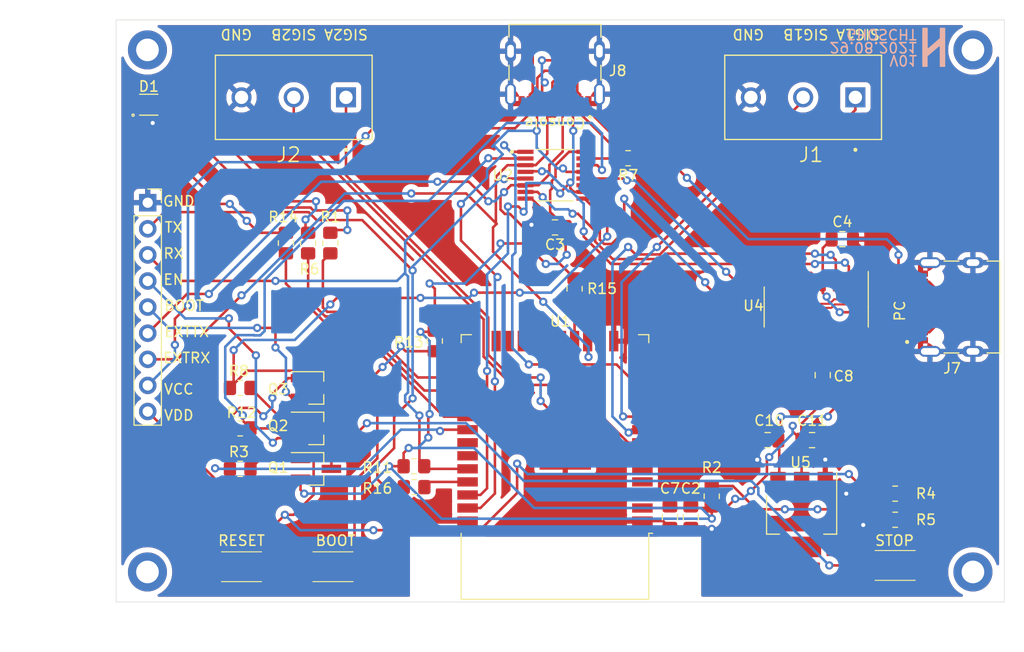
<source format=kicad_pcb>
(kicad_pcb (version 20211014) (generator pcbnew)

  (general
    (thickness 1.6)
  )

  (paper "A4")
  (title_block
    (title "Control")
    (date "2021-08-29")
    (rev "v01")
    (comment 4 "Author: GHOSCHT")
  )

  (layers
    (0 "F.Cu" signal)
    (31 "B.Cu" signal)
    (32 "B.Adhes" user "B.Adhesive")
    (33 "F.Adhes" user "F.Adhesive")
    (34 "B.Paste" user)
    (35 "F.Paste" user)
    (36 "B.SilkS" user "B.Silkscreen")
    (37 "F.SilkS" user "F.Silkscreen")
    (38 "B.Mask" user)
    (39 "F.Mask" user)
    (40 "Dwgs.User" user "User.Drawings")
    (41 "Cmts.User" user "User.Comments")
    (42 "Eco1.User" user "User.Eco1")
    (43 "Eco2.User" user "User.Eco2")
    (44 "Edge.Cuts" user)
    (45 "Margin" user)
    (46 "B.CrtYd" user "B.Courtyard")
    (47 "F.CrtYd" user "F.Courtyard")
    (48 "B.Fab" user)
    (49 "F.Fab" user)
  )

  (setup
    (pad_to_mask_clearance 0)
    (pcbplotparams
      (layerselection 0x00010fc_ffffffff)
      (disableapertmacros false)
      (usegerberextensions true)
      (usegerberattributes true)
      (usegerberadvancedattributes true)
      (creategerberjobfile true)
      (svguseinch false)
      (svgprecision 6)
      (excludeedgelayer true)
      (plotframeref false)
      (viasonmask false)
      (mode 1)
      (useauxorigin false)
      (hpglpennumber 1)
      (hpglpenspeed 20)
      (hpglpendiameter 15.000000)
      (dxfpolygonmode true)
      (dxfimperialunits true)
      (dxfusepcbnewfont true)
      (psnegative false)
      (psa4output false)
      (plotreference true)
      (plotvalue true)
      (plotinvisibletext false)
      (sketchpadsonfab false)
      (subtractmaskfromsilk true)
      (outputformat 1)
      (mirror false)
      (drillshape 0)
      (scaleselection 1)
      (outputdirectory "Gerber/")
    )
  )

  (net 0 "")
  (net 1 "VDD")
  (net 2 "GND")
  (net 3 "MUXDTR")
  (net 4 "VCC")
  (net 5 "Net-(D1-Pad2)")
  (net 6 "Net-(D1-Pad1)")
  (net 7 "Net-(D1-Pad3)")
  (net 8 "RX")
  (net 9 "TX")
  (net 10 "EN")
  (net 11 "BOOT")
  (net 12 "unconnected-(J7-PadA5)")
  (net 13 "unconnected-(J7-PadB8)")
  (net 14 "unconnected-(J7-PadA8)")
  (net 15 "unconnected-(J7-PadB5)")
  (net 16 "EXTRTS")
  (net 17 "EXTDTR")
  (net 18 "Net-(Q2-Pad1)")
  (net 19 "SIG1A")
  (net 20 "SIG1B")
  (net 21 "D+")
  (net 22 "D-")
  (net 23 "SIG2A")
  (net 24 "SIG2B")
  (net 25 "RTS")
  (net 26 "Net-(Q3-Pad1)")
  (net 27 "EXTRX")
  (net 28 "EXTTX")
  (net 29 "DTR")
  (net 30 "LEDR")
  (net 31 "STOPRST")
  (net 32 "Net-(Q1-Pad1)")
  (net 33 "LEDG")
  (net 34 "LEDB")
  (net 35 "MUXRX")
  (net 36 "Net-(R15-Pad2)")
  (net 37 "MUXTX")
  (net 38 "Net-(R16-Pad2)")
  (net 39 "unconnected-(U1-Pad4)")
  (net 40 "unconnected-(U1-Pad5)")
  (net 41 "unconnected-(U1-Pad10)")
  (net 42 "unconnected-(U1-Pad11)")
  (net 43 "MUX")
  (net 44 "unconnected-(U1-Pad13)")
  (net 45 "unconnected-(U1-Pad14)")
  (net 46 "unconnected-(U1-Pad16)")
  (net 47 "unconnected-(U1-Pad19)")
  (net 48 "Net-(Q1-Pad3)")
  (net 49 "unconnected-(U1-Pad20)")
  (net 50 "Net-(C8-Pad2)")
  (net 51 "unconnected-(U1-Pad21)")
  (net 52 "unconnected-(U1-Pad22)")
  (net 53 "unconnected-(U1-Pad23)")
  (net 54 "unconnected-(U1-Pad24)")
  (net 55 "unconnected-(U1-Pad26)")
  (net 56 "unconnected-(U1-Pad29)")
  (net 57 "unconnected-(U1-Pad32)")
  (net 58 "unconnected-(U1-Pad33)")
  (net 59 "Net-(R5-Pad2)")
  (net 60 "Net-(R7-Pad2)")
  (net 61 "MUXRTS")
  (net 62 "unconnected-(U4-Pad7)")
  (net 63 "unconnected-(U4-Pad8)")
  (net 64 "unconnected-(U4-Pad9)")
  (net 65 "unconnected-(U4-Pad10)")
  (net 66 "unconnected-(U4-Pad11)")
  (net 67 "unconnected-(U4-Pad12)")
  (net 68 "unconnected-(U4-Pad15)")

  (footprint "HRO_TYPE-C-31-M-12:HRO_TYPE-C-31-M-12" (layer "F.Cu") (at 187.96 101.727 90))

  (footprint "Resistor_SMD:R_0805_2012Metric_Pad1.20x1.40mm_HandSolder" (layer "F.Cu") (at 180.399 119.888))

  (footprint "Package_TO_SOT_SMD:SOT-23_Handsoldering" (layer "F.Cu") (at 124.079 117.475))

  (footprint "Resistor_SMD:R_0805_2012Metric_Pad1.20x1.40mm_HandSolder" (layer "F.Cu") (at 116.713 117.475 180))

  (footprint "Resistor_SMD:R_0805_2012Metric_Pad1.20x1.40mm_HandSolder" (layer "F.Cu") (at 180.399 122.428))

  (footprint "SKRKAEE020:SKRKAEE020" (layer "F.Cu") (at 180.399 126.873))

  (footprint "SKRKAEE020:SKRKAEE020" (layer "F.Cu") (at 116.84 127))

  (footprint "HRO_TYPE-C-31-M-12:HRO_TYPE-C-31-M-12" (layer "F.Cu") (at 147.32 76.835 180))

  (footprint "Package_SO:SOIC-16_3.9x9.9mm_P1.27mm" (layer "F.Cu") (at 172.72 101.727 -90))

  (footprint "Capacitor_SMD:C_0805_2012Metric_Pad1.18x1.45mm_HandSolder" (layer "F.Cu") (at 173.355 108.3525 90))

  (footprint "Resistor_SMD:R_0805_2012Metric_Pad1.20x1.40mm_HandSolder" (layer "F.Cu") (at 133.604 117.221))

  (footprint "CUI_TB006-508-03BE:CUI_TB006-508-03BE" (layer "F.Cu") (at 127 81.3255 180))

  (footprint "Resistor_SMD:R_0805_2012Metric_Pad1.20x1.40mm_HandSolder" (layer "F.Cu") (at 162.56 120.142 -90))

  (footprint "CUI_TB006-508-03BE:CUI_TB006-508-03BE" (layer "F.Cu") (at 176.53 81.3255 180))

  (footprint "Capacitor_SMD:C_0805_2012Metric_Pad1.18x1.45mm_HandSolder" (layer "F.Cu") (at 160.528 122.174 -90))

  (footprint "Resistor_SMD:R_0805_2012Metric_Pad1.20x1.40mm_HandSolder" (layer "F.Cu") (at 154.432 87.249 180))

  (footprint "RF_Module:ESP32-WROOM-32" (layer "F.Cu") (at 147.32 114.3 180))

  (footprint "Resistor_SMD:R_0805_2012Metric_Pad1.20x1.40mm_HandSolder" (layer "F.Cu") (at 121.158 95.504 -90))

  (footprint "Package_TO_SOT_SMD:SOT-223-3_TabPin2" (layer "F.Cu") (at 171.3015 121.92 -90))

  (footprint (layer "F.Cu") (at 107.696 127.508))

  (footprint "Resistor_SMD:R_0805_2012Metric_Pad1.20x1.40mm_HandSolder" (layer "F.Cu") (at 149.225 99.949 -90))

  (footprint "CD74HC4053PWR:SOP65P640X120-16N" (layer "F.Cu") (at 147.32 88.9))

  (footprint "Capacitor_SMD:C_0805_2012Metric_Pad1.18x1.45mm_HandSolder" (layer "F.Cu") (at 167.9995 114.681 180))

  (footprint "Resistor_SMD:R_0805_2012Metric_Pad1.20x1.40mm_HandSolder" (layer "F.Cu") (at 116.713 113.538 180))

  (footprint "Capacitor_SMD:C_0805_2012Metric_Pad1.18x1.45mm_HandSolder" (layer "F.Cu") (at 158.496 122.174 -90))

  (footprint "Resistor_SMD:R_0805_2012Metric_Pad1.20x1.40mm_HandSolder" (layer "F.Cu") (at 135.636 105.029 -90))

  (footprint "Capacitor_SMD:C_0805_2012Metric_Pad1.18x1.45mm_HandSolder" (layer "F.Cu") (at 147.32 93.98 180))

  (footprint "Capacitor_SMD:C_0805_2012Metric_Pad1.18x1.45mm_HandSolder" (layer "F.Cu") (at 172.3175 114.681))

  (footprint "TJ-S1615CY6TGLCCSRGB-A5:TJ-S1615CY6TGLCCSRGB-A5" (layer "F.Cu") (at 107.823 82.042))

  (footprint "Connector_PinSocket_2.54mm:PinSocket_1x09_P2.54mm_Vertical" (layer "F.Cu") (at 107.721 91.577))

  (footprint "Capacitor_SMD:C_0805_2012Metric_Pad1.18x1.45mm_HandSolder" (layer "F.Cu") (at 175.26 95.123))

  (footprint "Package_TO_SOT_SMD:SOT-23_Handsoldering" (layer "F.Cu") (at 124.079 109.601))

  (footprint "Package_TO_SOT_SMD:SOT-23_Handsoldering" (layer "F.Cu") (at 124.079 113.538))

  (footprint "Resistor_SMD:R_0805_2012Metric_Pad1.20x1.40mm_HandSolder" (layer "F.Cu") (at 133.62 119.253))

  (footprint (layer "F.Cu") (at 187.96 76.708))

  (footprint "Resistor_SMD:R_0805_2012Metric_Pad1.20x1.40mm_HandSolder" (layer "F.Cu") (at 123.317 95.504 -90))

  (footprint "Resistor_SMD:R_0805_2012Metric_Pad1.20x1.40mm_HandSolder" (layer "F.Cu") (at 125.476 95.504 -90))

  (footprint "Resistor_SMD:R_0805_2012Metric_Pad1.20x1.40mm_HandSolder" (layer "F.Cu") (at 116.713 109.601))

  (footprint "MountingHole:MountingHole_2.2mm_M2_DIN965_Pad" (layer "F.Cu") (at 107.696 76.708))

  (footprint (layer "F.Cu") (at 187.96 127.508))

  (footprint "SKRKAEE020:SKRKAEE020" (layer "F.Cu") (at 125.73 127 180))

  (footprint "logo:logo" (layer "B.Cu") (at 184.15 76.454 180))

  (gr_line (start 104.648 130.429) (end 191.008 130.429) (layer "Edge.Cuts") (width 0.05) (tstamp 00000000-0000-0000-0000-0000612be863))
  (gr_line (start 191.008 73.787) (end 104.648 73.787) (layer "Edge.Cuts") (width 0.05) (tstamp 27cb800c-91f2-4581-a3df-283140f8de7a))
  (gr_line (start 191.008 73.787) (end 191.008 130.429) (layer "Edge.Cuts") (width 0.05) (tstamp 8e2e528c-9fd7-4d33-b2f6-50348f1f17ab))
  (gr_line (start 104.648 73.787) (end 104.648 130.429) (layer "Edge.Cuts") (width 0.05) (tstamp c1dde370-6c97-4cf2-912e-7f65fb9cb8a0))
  (gr_text "V01" (at 181.229 77.724 180) (layer "B.SilkS") (tstamp 0bdb31bb-e7b5-4ded-9a42-2efeb7aa1eac)
    (effects (font (size 1 1) (thickness 0.15)) (justify mirror))
  )
  (gr_text "GHOSCHT" (at 179.07 75.184 180) (layer "B.SilkS") (tstamp 2923ebe6-b266-428c-b7d5-56fe4ec64f67)
    (effects (font (size 1 1) (thickness 0.15)) (justify mirror))
  )
  (gr_text "29.08.2021" (at 178.308 76.454 180) (layer "B.SilkS") (tstamp aa17e972-073e-46ab-870d-59e31e60c64c)
    (effects (font (size 1 1) (thickness 0.15)) (justify mirror))
  )
  (gr_text "BOOT" (at 125.984 124.46) (layer "F.SilkS") (tstamp 088b35ab-6d78-4c44-aeb5-74ffb6209ceb)
    (effects (font (size 1 1) (thickness 0.15)))
  )
  (gr_text "GND" (at 166.116 75.184 180) (layer "F.SilkS") (tstamp 11b9ffc6-14e8-4e91-8762-3d81fe2a07d2)
    (effects (font (size 1 1) (thickness 0.15)))
  )
  (gr_text "TX" (at 110.236 93.98) (layer "F.SilkS") (tstamp 24d2a8f4-83f5-480f-8025-157150dffac1)
    (effects (font (size 1 1) (thickness 0.15)))
  )
  (gr_text "PC" (at 180.848 102.108 90) (layer "F.SilkS") (tstamp 2a8f9805-2ef4-442d-b857-33308da9e6ff)
    (effects (font (size 1 1) (thickness 0.15)))
  )
  (gr_text "EXTTX" (at 111.506 104.14) (layer "F.SilkS") (tstamp 42442343-71e9-4fd8-af53-d327066ba410)
    (effects (font (size 1 1) (thickness 0.15)))
  )
  (gr_text "STOP" (at 180.34 124.46) (layer "F.SilkS") (tstamp 5d4fb0aa-e113-45aa-a776-e15a6f39ec77)
    (effects (font (size 1 1) (thickness 0.15)))
  )
  (gr_text "RESET" (at 116.84 124.46) (layer "F.SilkS") (tstamp 621c3af4-90a1-4ba1-81a2-96555f589eec)
    (effects (font (size 1 1) (thickness 0.15)))
  )
  (gr_text "VCC" (at 110.744 109.728) (layer "F.SilkS") (tstamp 6226a305-f20f-4b9e-b4cb-51ceb4b5635c)
    (effects (font (size 1 1) (thickness 0.15)))
  )
  (gr_text "SIG1A" (at 176.784 75.184 180) (layer "F.SilkS") (tstamp 6cdf380d-6a57-49a6-8f50-d7a4f8042bdc)
    (effects (font (size 1 1) (thickness 0.15)))
  )
  (gr_text "SIG1B" (at 171.704 75.184 180) (layer "F.SilkS") (tstamp 80184351-19b3-4bcd-82a1-58efa7bb8354)
    (effects (font (size 1 1) (thickness 0.15)))
  )
  (gr_text "SIG2B" (at 121.92 75.184 180) (layer "F.SilkS") (tstamp 898d1a4e-37cd-49c7-9c88-360a5e2964d8)
    (effects (font (size 1 1) (thickness 0.15)))
  )
  (gr_text "EXTRX" (at 111.506 106.68) (layer "F.SilkS") (tstamp 92cb1f6a-7469-4da5-bac0-8161abd9c26a)
    (effects (font (size 1 1) (thickness 0.15)))
  )
  (gr_text "GND" (at 110.744 91.44) (layer "F.SilkS") (tstamp a97de3bc-5ccd-42d6-9a63-b1503b8a9792)
    (effects (font (size 1 1) (thickness 0.15)))
  )
  (gr_text "VDD" (at 110.744 112.268) (layer "F.SilkS") (tstamp ae528489-6d55-4f16-814d-6ca34115416c)
    (effects (font (size 1 1) (thickness 0.15)))
  )
  (gr_text "EN" (at 110.236 99.06) (layer "F.SilkS") (tstamp aead7a94-6d70-4c1c-a9ab-3cb20a40441b)
    (effects (font (size 1 1) (thickness 0.15)))
  )
  (gr_text "SIG2A" (at 127 75.184 180) (layer "F.SilkS") (tstamp c536e94d-b0a9-457b-87ac-a4d2776a6072)
    (effects (font (size 1 1) (thickness 0.15)))
  )
  (gr_text "GND" (at 116.332 75.184 180) (layer "F.SilkS") (tstamp cdd4d047-9758-4b64-9ac5-1aaa6e3ca935)
    (effects (font (size 1 1) (thickness 0.15)))
  )
  (gr_text "BOOT" (at 111.252 101.6) (layer "F.SilkS") (tstamp f4ac5d7d-9a90-4d9f-9cdf-2565605b767d)
    (effects (font (size 1 1) (thickness 0.15)))
  )
  (gr_text "Console" (at 147.32 83.82 180) (layer "F.SilkS") (tstamp f588c104-1c05-4c2f-97b5-7cbc3bc48578)
    (effects (font (size 1 1) (thickness 0.15)))
  )
  (gr_text "RX" (at 110.236 96.52) (layer "F.SilkS") (tstamp f6aa4674-d291-423a-aa6a-d393beaaa511)
    (effects (font (size 1 1) (thickness 0.15)))
  )

  (segment (start 176.53 102.235) (end 177.165 102.87) (width 0.25) (layer "F.Cu") (net 1) (tstamp 0772fd48-5bc3-4da8-9b0d-ccf6209591d0))
  (segment (start 134.239 104.14) (end 135.525 104.14) (width 0.25) (layer "F.Cu") (net 1) (tstamp 09539c11-3ba5-4276-b948-a5382bb78908))
  (segment (start 147.373745 87.938782) (end 147.373745 89.091655) (width 0.25) (layer "F.Cu") (net 1) (tstamp 0a4d25ef-62e0-4b22-bbc0-59aaf29e4e1b))
  (segment (start 173.355 99.252) (end 173.355 100.33) (width 0.25) (layer "F.Cu") (net 1) (tstamp 0a9c7f15-aa9f-4a0a-b05c-3fc15e0d0978))
  (segment (start 173.355 99.252) (end 173.355 95.9905) (width 0.25) (layer "F.Cu") (net 1) (tstamp 0b3fd315-37ba-42d0-8b56-30a8f9dcf11b))
  (segment (start 171.28 113.089993) (end 171.28 114.681) (width 0.25) (layer "F.Cu") (net 1) (tstamp 0b7afe7a-ff88-44ea-ac05-02dfa9d6276c))
  (segment (start 114.32352 118.49952) (end 122.50448 118.49952) (width 0.25) (layer "F.Cu") (net 1) (tstamp 0ceddf5b-010b-4f0e-9269-3bad7cb9d81b))
  (segment (start 132.604 115.935) (end 133.096 115.443) (width 0.25) (layer "F.Cu") (net 1) (tstamp 1aece9cb-2b9d-4518-9f44-0ccc0cdea940))
  (segment (start 162.56 122.303569) (end 162.574027 122.317596) (width 0.25) (layer "F.Cu") (net 1) (tstamp 1ba25e51-decd-41d7-b19b-b2ab586c204c))
  (segment (start 135.001 114.427) (end 135.001 112.268) (width 0.25) (layer "F.Cu") (net 1) (tstamp 295b5c8a-7bd7-4591-ade0-3435507c03b4))
  (segment (start 147.019901 90.207499) (end 146.849499 90.377901) (width 0.25) (layer "F.Cu") (net 1) (tstamp 3084da06-00a6-4f14-a727-3176d92c7774))
  (segment (start 122.579 118.425) (end 122.579 119.531) (width 0.25) (layer "F.Cu") (net 1) (tstamp 343cb678-90ca-4aff-af78-94cc88a75536))
  (segment (start 132.604 117.221) (end 131.191 117.221) (width 0.25) (layer "F.Cu") (net 1) (tstamp 345072f7-c29d-4b13-bb9b-df0230736cf0))
  (segment (start 171.3015 114.7025) (end 171.28 114.681) (width 0.25) (layer "F.Cu") (net 1) (tstamp 35c989e0-39e1-43ec-b239-d7e1dcb0c7f0))
  (segment (start 150.19 86.625) (end 148.687527 86.625) (width 0.25) (layer "F.Cu") (net 1) (tstamp 3998811f-7627-4474-9a17-eb562a309e9c))
  (segment (start 167.926989 116.553011) (end 168.148 116.332) (width 0.25) (layer "F.Cu") (net 1) (tstamp 3aab8366-63f5-4a9a-bf3f-b8a16b9fd9de))
  (segment (start 162.56 121.142) (end 162.56 122.303569) (width 0.25) (layer "F.Cu") (net 1) (tstamp 40840c3a-c337-4642-82f1-bbf967ef10a6))
  (segment (start 148.463 96.647) (end 148.3575 96.5415) (width 0.25) (layer "F.Cu") (net 1) (tstamp 418b02e3-6526-4cf0-82ea-c3c3238b2643))
  (segment (start 135.525 104.14) (end 135.636 104.029) (width 0.25) (layer "F.Cu") (net 1) (tstamp 427bd064-4fc8-407a-a475-7edd970c0697))
  (segment (start 173.355 95.9905) (end 174.2225 95.123) (width 0.25) (layer "F.Cu") (net 1) (tstamp 5068ffea-401d-480b-be7d-45dcc507ba42))
  (segment (start 148.687527 86.625) (end 147.373745 87.938782) (width 0.25) (layer "F.Cu") (net 1) (tstamp 521814a4-da73-4b00-bc72-f6bf4972a15b))
  (segment (start 162.417 121.285) (end 162.56 121.142) (width 0.25) (layer "F.Cu") (net 1) (tstamp 585653c5-22e7-4d7b-9b71-fb8ec0e14d9c))
  (segment (start 122.50448 118.49952) (end 122.579 118.425) (width 0.25) (layer "F.Cu") (net 1) (tstamp 58d3fcfb-bd84-4bf3-8b51-59e23982d9e7))
  (segment (start 173.355 100.33) (end 173.736 100.711) (width 0.25) (layer "F.Cu") (net 1) (tstamp 6744e999-2a5e-48b8-9441-51aa812e68d7))
  (segment (start 171.3015 118.77) (end 171.3015 114.7025) (width 0.25) (layer "F.Cu") (net 1) (tstamp 6a1c6a39-a320-48b7-bab4-cc1192b1ccdd))
  (segment (start 146.431 97.536) (end 144.437849 95.542849) (width 0.25) (layer "F.Cu") (net 1) (tstamp 6bc0c4e4-8c37-4283-9083-2fd3a4acd938))
  (segment (start 177.165 104.202) (end 177.165 107.204993) (width 0.25) (layer "F.Cu") (net 1) (tstamp 73c11c9b-605e-4462-916a-83ee7cabbb43))
  (segment (start 173.355 99.252) (end 173.355 99.628072) (width 0.25) (layer "F.Cu") (net 1) (tstamp 7ba12f4a-ec6d-468c-99a1-51f405e6fc04))
  (segment (start 158.3475 121.285) (end 158.496 121.1365) (width 0.25) (layer "F.Cu") (net 1) (tstamp 7e475ffe-a64d-4cb1-820d-307b1df0149b))
  (segment (start 147.019901 89.445499) (end 147.019901 90.207499) (width 0.25) (layer "F.Cu") (net 1) (tstamp 941bbab6-4510-452f-ad5d-2a8aed977d28))
  (segment (start 107.721 111.897) (end 114.32352 118.49952) (width 0.25) (layer "F.Cu") (net 1) (tstamp 9e1b2541-b67f-4b5e-bd09-efd5a0086134))
  (segment (start 166.37 119.634) (end 167.926989 118.077011) (width 0.25) (layer "F.Cu") (net 1) (tstamp a2b97d53-3195-4227-8011-b624454b9fae))
  (segment (start 167.926989 118.077011) (end 167.926989 116.553011) (width 0.25) (layer "F.Cu") (net 1) (tstamp a4064802-7875-4c55-8f07-b0762ce79d9b))
  (segment (start 170.434 113.835) (end 171.28 114.681) (width 0.25) (layer "F.Cu") (net 1) (tstamp a82069c3-7919-45fa-afa6-fc79c0228e3a))
  (segment (start 160.3795 121.285) (end 160.528 121.1365) (width 0.25) (layer "F.Cu") (net 1) (tstamp af438183-42bf-4f00-95bd-83cb89f716bf))
  (segment (start 122.579 119.531) (end 122.936 119.888) (width 0.25) (layer "F.Cu") (net 1) (tstamp b34bf608-3625-42a2-9d34-609708d3b8fe))
  (segment (start 148.3575 96.5415) (end 148.3575 93.98) (width 0.25) (layer "F.Cu") (net 1) (tstamp b3668f36-2753-47f4-9a49-876054e09a6f))
  (segment (start 177.165 102.87) (end 177.165 104.202) (width 0.25) (layer "F.Cu") (net 1) (tstamp b52c907b-8b3f-4ef5-87d2-50ffb8fd7ffc))
  (segment (start 177.165 107.204993) (end 171.28 113.089993) (width 0.25) (layer "F.Cu") (net 1) (tstamp b57cd337-be8b-4f7a-a766-04c16dc178dd))
  (segment (start 162.56 121.142) (end 164.1 121.142) (width 0.25) (layer "F.Cu") (net 1) (tstamp b7affdf8-6c67-4cb0-a191-645d6b76245e))
  (segment (start 146.849499 92.471999) (end 148.3575 93.98) (width 0.25) (layer "F.Cu") (net 1) (tstamp cf0e5f6e-0749-477e-bc2b-d6bb7be2badc))
  (segment (start 135.636 104.029) (end 135.636 99.949) (width 0.25) (layer "F.Cu") (net 1) (tstamp cff3efef-0f8f-4180-b13e-7b9f6aaf6281))
  (segment (start 135.636 99.949) (end 135.128 99.441) (width 0.25) (layer "F.Cu") (net 1) (tstamp d5eef11e-fe21-4235-bc85-2c8920677f98))
  (segment (start 132.604 117.221) (end 132.604 115.935) (width 0.25) (layer "F.Cu") (net 1) (tstamp d65d2812-1361-43d8-8287-3dd1106c2248))
  (segment (start 135.001 112.268) (end 135.128 112.141) (width 0.25) (layer "F.Cu") (net 1) (tstamp d752649f-8867-4a3d-b289-6187db024c75))
  (segment (start 175.006 102.235) (end 176.53 102.235) (width 0.25) (layer "F.Cu") (net 1) (tstamp da40ea85-accb-4afa-806b-e4833abeed1e))
  (segment (start 144.437849 95.542849) (end 142.0235 95.542849) (width 0.25) (layer "F.Cu") (net 1) (tstamp dd280948-81e9-4f9a-bc19-72cd7ad9ced0))
  (segment (start 146.849499 90.377901) (end 146.849499 92.471999) (width 0.25) (layer "F.Cu") (net 1) (tstamp df14aedd-eeae-48ed-915a-c64645bc317b))
  (segment (start 164.1 121.142) (end 164.846 120.396) (width 0.25) (layer "F.Cu") (net 1) (tstamp e0622e0c-c962-4d15-afc4-1deec92b669a))
  (segment (start 170.434 113.284) (end 170.434 113.835) (width 0.25) (layer "F.Cu") (net 1) (tstamp e8b56a80-d3e0-43c7-b08f-00c7e1b348c8))
  (segment (start 147.373745 89.091655) (end 147.019901 89.445499) (width 0.25) (layer "F.Cu") (net 1) (tstamp eb10ebfa-a06c-4e20-b1b8-7c952c0c52c6))
  (segment (start 155.82 121.285) (end 162.417 121.285) (width 0.25) (layer "F.Cu") (net 1) (tstamp eebd6bcd-d38b-41a3-be37-17ab9bba9c94))
  (via (at 164.846 120.396) (size 0.8) (drill 0.4) (layers "F.Cu" "B.Cu") (net 1) (tstamp 18840ba6-e9c9-4c29-8bba-f8492c1e4bbe))
  (via (at 133.096 115.443) (size 0.8) (drill 0.4) (layers "F.Cu" "B.Cu") (net 1) (tstamp 2021f175-0a66-43bc-8c54-3b3b783c01d1))
  (via (at 173.736 100.711) (size 0.8) (drill 0.4) (layers "F.Cu" "B.Cu") (net 1) (tstamp 232054d8-fe51-4f6e-b84d-2bc2bf4f3aa0))
  (via (at 170.434 113.284) (size 0.8) (drill 0.4) (layers "F.Cu" "B.Cu") (net 1) (tstamp 2513bb60-f36a-4b2c-bd12-64ca567aef4c))
  (via (at 166.37 119.634) (size 0.8) (drill 0.4) (layers "F.Cu" "B.Cu") (net 1) (tstamp 42f77991-b59b-460d-b37d-128406f3f563))
  (via (at 142.0235 95.542849) (size 0.8) (drill 0.4) (layers "F.Cu" "B.Cu") (net 1) (tstamp 4501db26-2488-4db9-af45-4b3467011c80))
  (via (at 134.239 104.14) (size 0.8) (drill 0.4) (layers "F.Cu" "B.Cu") (net 1) (tstamp 492b4325-719b-4029-8f69-57186437ff7d))
  (via (at 168.148 116.332) (size 0.8) (drill 0.4) (layers "F.Cu" "B.Cu") (net 1) (tstamp 50fad4b8-0f32-44e5-b80c-7c8bd244bd6b))
  (via (at 135.128 99.441) (size 0.8) (drill 0.4) (layers "F.Cu" "B.Cu") (net 1) (tstamp 6221b4e6-9140-4049-861c-0eafd26316ba))
  (via (at 148.463 96.647) (size 0.8) (drill 0.4) (layers "F.Cu" "B.Cu") (net 1) (tstamp 6cb093cc-353e-4b67-8094-551608dc1e7e))
  (via (at 162.574027 122.317596) (size 0.8) (drill 0.4) (layers "F.Cu" "B.Cu") (net 1) (tstamp 89da002b-1c6b-4f22-a7ad-bcf65f82819e))
  (via (at 135.001 114.427) (size 0.8) (drill 0.4) (layers "F.Cu" "B.Cu") (net 1) (tstamp 9cb21eb4-986e-4d26-9147-63d29d7c7b73))
  (via (at 135.128 112.141) (size 0.8) (drill 0.4) (layers "F.Cu" "B.Cu") (net 1) (tstamp bfbdec1c-3f00-4e3f-a960-a05ea99d5c95))
  (via (at 146.431 97.536) (size 0.8) (drill 0.4) (layers "F.Cu" "B.Cu") (net 1) (tstamp c4676c82-8be7-43c7-ade8-7271cc2a881f))
  (via (at 175.006 102.235) (size 0.8) (drill 0.4) (layers "F.Cu" "B.Cu") (net 1) (tstamp d5eae238-2bf7-49b2-a399-fc40f0683f3a))
  (via (at 122.936 119.888) (size 0.8) (drill 0.4) (layers "F.Cu" "B.Cu") (net 1) (tstamp dc544e89-32c3-4445-98c2-04b3b91d6685))
  (via (at 131.191 117.221) (size 0.8) (drill 0.4) (layers "F.Cu" "B.Cu") (net 1) (tstamp fb89ad61-c608-4886-acc7-50d84b02865b))
  (segment (start 165.608 120.396) (end 166.37 119.634) (width 0.25) (layer "B.Cu") (net 1) (tstamp 021e50eb-f434-436c-96fe-615aa4e1c176))
  (segment (start 131.191 117.221) (end 136.297543 122.327543) (width 0.25) (layer "B.Cu") (net 1) (tstamp 09510aad-744d-4e76-84e6-9e7d678cbe82))
  (segment (start 122.936 119.888) (end 128.524 119.888) (width 0.25) (layer "B.Cu") (net 1) (tstamp 0dadc6cf-eb96-4951-85e9-e0c787c3fdfc))
  (segment (start 136.297543 122.327543) (end 162.56408 122.327543) (width 0.25) (layer "B.Cu") (net 1) (tstamp 1458f440-8773-4375-a788-3dacc7873cb6))
  (segment (start 173.736 100.965) (end 175.006 102.235) (width 0.25) (layer "B.Cu") (net 1) (tstamp 1a060c41-e347-43d0-be76-cda6be6fabdb))
  (segment (start 162.56408 122.327543) (end 162.574027 122.317596) (width 0.25) (layer "B.Cu") (net 1) (tstamp 1b88db39-08c0-4e9a-928c-64d2b65e8f13))
  (segment (start 146.431 97.536) (end 147.574 97.536) (width 0.25) (layer "B.Cu") (net 1) (tstamp 2198910c-e4cf-47f8-bf8f-cbbbc3478ac3))
  (segment (start 135.128 99.441) (end 138.5587 99.441) (width 0.25) (layer "B.Cu") (net 1) (tstamp 22d89ba1-3f09-4e16-9854-f5e25b90a150))
  (segment (start 135.128 112.141) (end 135.128 105.029) (width 0.25) (layer "B.Cu") (net 1) (tstamp 3186f461-6363-44b7-a33a-33bed59e4434))
  (segment (start 170.434 114.046) (end 170.434 113.284) (width 0.25) (layer "B.Cu") (net 1) (tstamp 34f20199-ca06-40d1-8580-b81f90c00cf8))
  (segment (start 145.288 121.285) (end 161.541431 121.285) (width 0.25) (layer "B.Cu") (net 1) (tstamp 3a761c2b-07fd-433e-a62f-3878d7bc6ba9))
  (segment (start 147.574 97.536) (end 148.463 96.647) (width 0.25) (layer "B.Cu") (net 1) (tstamp 40ac8635-5d7f-4583-b6fb-cb9e6af80bde))
  (segment (start 142.0235 95.9762) (end 142.0235 95.542849) (width 0.25) (layer "B.Cu") (net 1) (tstamp 5776a3b0-7224-4f9f-8c81-23da99ceb6c3))
  (segment (start 168.148 116.332) (end 170.434 114.046) (width 0.25) (layer "B.Cu") (net 1) (tstamp 65722034-28f2-4b02-a23d-9f52d6b6ffc9))
  (segment (start 161.541431 121.285) (end 162.574027 122.317596) (width 0.25) (layer "B.Cu") (net 1) (tstamp 75bb7da6-039f-40b8-ba94-99186b61d8b3))
  (segment (start 173.736 100.711) (end 173.736 100.965) (width 0.25) (layer "B.Cu") (net 1) (tstamp 7b186dc8-e40f-4e57-b661-81bd77a787b0))
  (segment (start 133.096 115.443) (end 133.985 115.443) (width 0.25) (layer "B.Cu") (net 1) (tstamp 7b1c8056-d92e-4fa6-97c4-e749f8a138eb))
  (segment (start 128.524 119.888) (end 131.191 117.221) (width 0.25) (layer "B.Cu") (net 1) (tstamp 7fb664a2-82a3-4290-b696-2187d2a43efa))
  (segment (start 135.128 105.029) (end 134.239 104.14) (width 0.25) (layer "B.Cu") (net 1) (tstamp 815965e0-40fa-4af4-8276-781b56064ceb))
  (segment (start 133.096 115.443) (end 139.446 115.443) (width 0.25) (layer "B.Cu") (net 1) (tstamp 82bb7156-1a6e-4d66-a09d-1fa84847ab75))
  (segment (start 139.446 115.443) (end 145.288 121.285) (width 0.25) (layer "B.Cu") (net 1) (tstamp 8416dec8-9844-4f31-a549-a6821ad18541))
  (segment (start 133.985 115.443) (end 135.001 114.427) (width 0.25) (layer "B.Cu") (net 1) (tstamp c1e67729-27c7-45dc-869e-f9df84ca8004))
  (segment (start 164.846 120.396) (end 165.608 120.396) (width 0.25) (layer "B.Cu") (net 1) (tstamp f659ace2-501e-415d-8f61-6e9a089ba861))
  (segment (start 138.5587 99.441) (end 142.0235 95.9762) (width 0.25) (layer "B.Cu") (net 1) (tstamp fcd0d9a4-aaf2-4391-94d0-03f6e503b730))
  (segment (start 166.962 114.681) (end 166.962 116.5645) (width 0.25) (layer "F.Cu") (net 2) (tstamp 1b1a26fb-eea8-4963-98ba-3cac0a0e7699))
  (segment (start 173.6015 118.77) (end 173.6015 116.572) (width 0.25) (layer "F.Cu") (net 2) (tstamp 22dd4885-f793-41fd-ba84-9e4b22514ffd))
  (segment (start 173.6015 116.572) (end 173.6015 114.9275) (width 0.25) (layer "F.Cu") (net 2) (tstamp 24d69e87-630c-4724-b73d-b9e4caa64bc0))
  (segment (start 106.951 82.567) (end 108.204 83.82) (width 0.25) (layer "F.Cu") (net 2) (tstamp 28710afd-dbe4-49da-80e6-73b74ac15c5b))
  (segment (start 162.4545 123.2115) (end 162.56 123.317) (width 0.25) (layer "F.Cu") (net 2) (tstamp 3341f917-00e9-4810-94f3-96deafe06e46))
  (segment (start 173.6015 118.77) (end 174.523 118.77) (width 0.25) (layer "F.Cu") (net 2) (tstamp 4fa34a99-9ad0-40fe-b35b-ef05b125c097))
  (segment (start 176.2975 95.123) (end 177.165 95.9905) (width 0.25) (layer "F.Cu") (net 2) (tstamp 5113a62a-daec-470b-a57d-52848c897cce))
  (segment (start 157.8395 122.555) (end 158.496 123.2115) (width 0.25) (layer "F.Cu") (net 2) (tstamp 59e48bd4-8c69-4be4-8845-3a9b411cbd7a))
  (segment (start 160.528 123.2115) (end 162.4545 123.2115) (width 0.25) (layer "F.Cu") (net 2) (tstamp 73ad6bf0-ec84-4d6c-b16b-9e75d276023d))
  (segment (start 178.891 122.936) (end 179.399 122.428) (width 0.25) (layer "F.Cu") (net 2) (tstamp 7ad25299-91f9-411e-a806-ef030c3fa5ee))
  (segment (start 166.962 116.5645) (end 166.9835 116.586) (width 0.25) (layer "F.Cu") (net 2) (tstamp 8d9d6cc8-1df0-4396-b630-452cd78f693c))
  (segment (start 158.496 123.2115) (end 160.528 123.2115) (width 0.25) (layer "F.Cu") (net 2) (tstamp a8d0cb69-2c4b-4754-99f8-fc8a779a0974))
  (segment (start 146.2825 93.98) (end 145.288 93.98) (width 0.25) (layer "F.Cu") (net 2) (tstamp aafebac0-e116-4697-a5aa-80734c3540ae))
  (segment (start 177.292 122.936) (end 178.891 122.936) (width 0.25) (layer "F.Cu") (net 2) (tstamp b7c4e718-e9fc-41f2-9dde-a81edcc7f4a8))
  (segment (start 146.2825 93.98) (end 146.2825 92.4275) (width 0.25) (layer "F.Cu") (net 2) (tstamp bb8d4560-cfa2-4b9c-b76c-f0650fc45344))
  (segment (start 174.523 118.77) (end 175.641 119.888) (width 0.25) (layer "F.Cu") (net 2) (tstamp c01a7fa2-f6d9-4011-84aa-912ba0204808))
  (segment (start 177.165 95.9905) (end 177.165 99.252) (width 0.25) (layer "F.Cu") (net 2) (tstamp c0662c31-007e-4a59-9a39-643b26e05f6a))
  (segment (start 106.948 82.567) (end 106.951 82.567) (width 0.25) (layer "F.Cu") (net 2) (tstamp c092d043-177b-4258-bbe1-d02c6aa9e6f2))
  (segment (start 145.03 91.175) (end 144.45 91.175) (width 0.25) (layer "F.Cu") (net 2) (tstamp c2f97fc5-9d78-492f-b15d-f7f5810fb8f9))
  (segment (start 146.2825 92.4275) (end 145.03 91.175) (width 0.25) (layer "F.Cu") (net 2) (tstamp c739dce0-de60-47ea-80cc-110ffc685632))
  (segment (start 155.82 122.555) (end 157.8395 122.555) (width 0.25) (layer "F.Cu") (net 2) (tstamp cb6740b8-549b-4a6a-8a21-34c650e4454b))
  (segment (start 145.288 93.98) (end 145.034 93.726) (width 0.25) (layer "F.Cu") (net 2) (tstamp cdad915e-54fd-4ecf-ba20-70e0be97a3dc))
  (segment (start 173.6015 114.9275) (end 173.355 114.681) (width 0.25) (layer "F.Cu") (net 2) (tstamp ceff2bb7-36a6-4e42-aa95-a1cec1a60fac))
  (via (at 173.6015 116.572) (size 0.8) (drill 0.4) (layers "F.Cu" "B.Cu") (net 2) (tstamp 4b7111c5-fe81-4118-b1e4-c4d052eff531))
  (via (at 145.034 93.726) (size 0.8) (drill 0.4) (layers "F.Cu" "B.Cu") (net 2) (tstamp 5218da90-61af-4006-831f-5c2bd8064f91))
  (via (at 162.56 123.317) (size 0.8) (drill 0.4) (layers "F.Cu" "B.Cu") (net 2) (tstamp 5d2bd8b0-5cab-45cd-94be-9e46fce1ebdf))
  (via (at 108.204 83.82) (size 0.8) (drill 0.4) (layers "F.Cu" "B.Cu") (net 2) (tstamp 65d4236e-6c52-480b-8bda-0f826f32e119))
  (via (at 177.292 122.936) (size 0.8) (drill 0.4) (layers "F.Cu" "B.Cu") (net 2) (tstamp cc7203da-a79f-4b15-b87e-565d408b2693))
  (via (at 166.9835 116.586) (size 0.8) (drill 0.4) (layers "F.Cu" "B.Cu") (net 2) (tstamp dc882d02-3cc4-472e-953a-e876b227b064))
  (via (at 175.641 119.888) (size 0.8) (drill 0.4) (layers "F.Cu" "B.Cu") (net 2) (tstamp f4c05903-6605-4c59-ad49-bc9b4a305eef))
  (segment (start 167.454001 117.056501) (end 173.116999 117.056501) (width 0.25) (layer "B.Cu") (net 2) (tstamp 03701660-0af0-4e7b-9171-9ebb83616505))
  (segment (start 177.292 121.539) (end 177.292 122.936) (width 0.25) (layer "B.Cu") (net 2) (tstamp 0af4423f-526a-4566-a231-c799bbcf3554))
  (segment (start 173.116999 117.056501) (end 173.6015 116.572) (width 0.25) (layer "B.Cu") (net 2) (tstamp 9cc4dd77-3f84-4100-af30-ea4c8fa3485e))
  (segment (start 166.9835 116.586) (end 167.454001 117.056501) (width 0.25) (layer "B.Cu") (net 2) (tstamp a8fbe27e-9ac5-4a7e-9fdd-562a15ef552a))
  (segment (start 175.641 119.888) (end 177.292 121.539) (width 0.25) (layer "B.Cu") (net 2) (tstamp d221c8f4-d085-4b97-97ff-586e683055df))
  (segment (start 173.355 109.39) (end 171.816928 109.39) (width 0.25) (layer "F.Cu") (net 3) (tstamp 1c3898c9-3ac5-4d44-b9d9-c1020fe387a4))
  (segment (start 171.816928 109.39) (end 161.925 99.498072) (width 0.25) (layer "F.Cu") (net 3) (tstamp 21bfb576-c1af-4d62-81a8-6e7add502321))
  (segment (start 152.099901 95.593501) (end 151.675499 95.169099) (width 0.25) (layer "F.Cu") (net 3) (tstamp 470d1942-5b9b-4342-843d-aef6b12b04ae))
  (segment (start 151.675499 92.660499) (end 150.19 91.175) (width 0.25) (layer "F.Cu") (net 3) (tstamp 50e6951e-070a-4712-8d51-d68f34bd0479))
  (segment (start 151.675499 95.169099) (end 151.675499 92.660499) (width 0.25) (layer "F.Cu") (net 3) (tstamp 7180e7ea-9ace-46a6-9015-3c87fe6a25bb))
  (segment (start 154.051 91.186) (end 154.051 94.3696) (width 0.25) (layer "F.Cu") (net 3) (tstamp 95a326cc-494d-424f-9e30-10f61f7db13d))
  (segment (start 161.925 99.498072) (end 161.925 99.314) (width 0.25) (layer "F.Cu") (net 3) (tstamp c1f79773-ba42-4db4-84ff-a5f20356e84d))
  (segment (start 154.051 94.3696) (end 152.827099 95.593501) (width 0.25) (layer "F.Cu") (net 3) (tstamp dd76bfe3-6145-471a-a6e2-f667ce6b2608))
  (segment (start 152.827099 95.593501) (end 152.099901 95.593501) (width 0.25) (layer "F.Cu") (net 3) (tstamp ffb2000e-84fc-40fb-a847-21f7a641599d))
  (via (at 161.925 99.314) (size 0.8) (drill 0.4) (layers "F.Cu" "B.Cu") (net 3) (tstamp 298c1273-0262-4481-88f4-f395c24d986b))
  (via (at 154.051 91.186) (size 0.8) (drill 0.4) (layers "F.Cu" "B.Cu") (net 3) (tstamp 2ba2cf8b-7e8c-4592-aac0-8187924a8897))
  (segment (start 161.925 99.314) (end 154.051 91.44) (width 0.25) (layer "B.Cu") (net 3) (tstamp 3a3a4e13-c3e9-4ddd-ad75-8f0424005dd2))
  (segment (start 154.051 91.44) (end 154.051 91.186) (width 0.25) (layer "B.Cu") (net 3) (tstamp 443e0251-73ce-467c-b489-27f0a14fe129))
  (segment (start 149.485479 76.968479) (end 149.485479 80.785108) (width 0.25) (layer "F.Cu") (net 4) (tstamp 13f83cd7-de8f-485c-be0e-4b54fafcde0e))
  (segment (start 169.126501 114.770501) (end 169.037 114.681) (width 0.25) (layer "F.Cu") (net 4) (tstamp 1458619f-4ba2-440f-9a7e-e3ff9bd131ba))
  (segment (start 183.725371 104.177) (end 185.039 102.863371) (width 0.25) (layer "F.Cu") (net 4) (tstamp 159a00be-8b01-4939-8a20-1270111fc2a9))
  (segment (start 169.0015 118.77) (end 169.126501 118.644999) (width 0.25) (layer "F.Cu") (net 4) (tstamp 1d2837dc-2094-4b4c-8819-55e93b72904f))
  (segment (start 182.865 99.277) (end 183.689022 99.277) (width 0.25) (layer "F.Cu") (net 4) (tstamp 1db97cd5-a9c7-49d5-ac3c-31561c13d7ce))
  (segment (start 149.77 82.905) (end 153.08948 86.22448) (width 0.25) (layer "F.Cu") (net 4) (tstamp 24a583aa-0f30-44d0-a9a2-5b4656a97115))
  (segment (start 182.865 104.177) (end 181.89 104.177) (width 0.25) (layer "F.Cu") (net 4) (tstamp 31f68ee2-e0c7-40c5-a039-bf6aa69b083c))
  (segment (start 129.667 84.328) (end 128.905 85.09) (width 0.25) (layer "F.Cu") (net 4) (tstamp 44f325b7-2434-46be-9c68-c124715d1134))
  (segment (start 182.865 104.177) (end 183.725371 104.177) (width 0.25) (layer "F.Cu") (net 4) (tstamp 52f7eda6-fd5b-45d7-8bb2-d7202850821c))
  (segment (start 183.689022 99.277) (end 185.039 100.626978) (width 0.25) (layer "F.Cu") (net 4) (tstamp 60cf15eb-a9ee-40b5-89ae-b6a31cfc5fa6))
  (segment (start 185.039 102.863371) (end 185.039 101.219) (width 0.25) (layer "F.Cu") (net 4) (tstamp 676a8f69-db83-4e4e-bc79-7b0584db297e))
  (segment (start 144.87 82.905) (end 143.447 84.328) (width 0.25) (layer "F.Cu") (net 4) (tstamp 70619cc5-1c6f-48c2-9b10-232582f78a7c))
  (segment (start 169.291 114.427) (end 169.037 114.681) (width 0.25) (layer "F.Cu") (net 4) (tstamp 710596b1-3d67-433c-9052-07eb5c967758))
  (segment (start 169.291 112.395) (end 169.291 114.427) (width 0.25) (layer "F.Cu") (net 4) (tstamp 733fc3da-e9cc-4149-8c0f-4d1dbe4e5bed))
  (segment (start 185.039 100.626978) (end 185.039 101.219) (width 0.25) (layer "F.Cu") (net 4) (tstamp 739b332b-cf66-40c8-b6eb-859e1a1df42d))
  (segment (start 145.154521 77.095479) (end 145.796 76.454) (width 0.25) (layer "F.Cu") (net 4) (tstamp 7401f853-b4d1-48b8-bf29-a300484159fd))
  (segment (start 180.721 96.647) (end 180.721 98.108) (width 0.25) (layer "F.Cu") (net 4) (tstamp 8379ea4c-bb45-4960-a402-e6c9cfef45fc))
  (segment (start 149.77 81.069629) (end 149.77 81.93) (width 0.25) (layer "F.Cu") (net 4) (tstamp 8b1e5577-f512-4e17-9b8a-b8f5a598adf1))
  (segment (start 181.89 99.277) (end 182.865 99.277) (width 0.25) (layer "F.Cu") (net 4) (tstamp 8e0ead45-4c20-4b9c-b2c4-eb8d93c6147f))
  (segment (start 148.971 76.454) (end 149.485479 76.968479) (width 0.25) (layer "F.Cu") (net 4) (tstamp 8f17ef81-8651-4c75-93ec-537a207cd59c))
  (segment (start 144.87 81.069629) (end 145.154521 80.785108) (width 0.25) (layer "F.Cu") (net 4) (tstamp 98c6e729-5491-42d1-bdd1-3ad0b02fc0a5))
  (segment (start 173.863 112.204) (end 173.863 112.395) (width 0.25) (layer "F.Cu") (net 4) (tstamp 9a430b43-2369-45cf-bff2-2e8002afe0b9))
  (segment (start 180.721 98.108) (end 181.89 99.277) (width 0.25) (layer "F.Cu") (net 4) (tstamp 9ac7b8fa-9780-4cae-a1d2-c8642f09820a))
  (segment (start 129.794 84.328) (end 129.667 84.328) (width 0.25) (layer "F.Cu") (net 4) (tstamp a315dfc8-c11a-409b-bf85-1226d0fdb62e))
  (segment (start 110.363 102.87) (end 110.363 105.41) (width 0.25) (layer "F.Cu") (net 4) (tstamp acc25bff-a2ae-44d4-a22f-49eacdbb63fb))
  (segment (start 157.21748 86.22448) (end 160.147 89.154) (width 0.25) (layer "F.Cu") (net 4) (tstamp b58ed26e-a550-4162-b104-fafc9d6e8463))
  (segment (start 145.154521 80.785108) (end 145.154521 77.095479) (width 0.25) (layer "F.Cu") (net 4) (tstamp b67bd46e-8e27-46c9-a228-d31a75e65ca8))
  (segment (start 144.87 81.93) (end 144.87 81.069629) (width 0.25) (layer "F.Cu") (net 4) (tstamp bc05e958-067d-4f77-acb2-e677e3a4011e))
  (segment (start 181.89 104.177) (end 173.863 112.204) (width 0.25) (layer "F.Cu") (net 4) (tstamp bd0dd924-bb8c-42f1-8b45-50195b8253aa))
  (segment (start 153.08948 86.22448) (end 157.21748 86.22448) (width 0.25) (layer "F.Cu") (net 4) (tstamp bd144e47-ee69-44af-b18f-c084705fecea))
  (segment (start 111.633 101.6) (end 110.363 102.87) (width 0.25) (layer "F.Cu") (net 4) (tstamp c00c5cdc-e2cb-4281-a355-ceb21eef17fe))
  (segment (start 169.126501 118.644999) (end 169.126501 114.770501) (width 0.25) (layer "F.Cu") (net 4) (tstamp dce0d0c8-64fc-42c2-af24-ca4fc661c13d))
  (segment (start 149.485479 80.785108) (end 149.77 81.069629) (width 0.25) (layer "F.Cu") (net 4) (tstamp e51734af-6b81-493e-b1bd-f33ca2b4c493))
  (segment (start 149.77 81.93) (end 149.77 82.905) (width 0.25) (layer "F.Cu") (net 4) (tstamp ef53cd1c-7c4b-4540-835b-9e68e41635aa))
  (segment (start 143.447 84.328) (end 129.794 84.328) (width 0.25) (layer "F.Cu") (net 4) (tstamp f0926dee-6a22-4dc2-96fe-a98b3d49e4db))
  (segment (start 145.796 76.454) (end 148.971 76.454) (width 0.25) (layer "F.Cu") (net 4) (tstamp fa890843-4bc6-482b-8cad-eb7fdd6c27db))
  (segment (start 144.87 81.93) (end 144.87 82.905) (width 0.25) (layer "F.Cu") (net 4) (tstamp fcbcbf51-4bfb-4051-ac2b-1846cfb83bc7))
  (via (at 110.363 105.41) (size 0.8) (drill 0.4) (layers "F.Cu" "B.Cu") (net 4) (tstamp 142f234b-3d98-4c23-b6d9-45dbc8fd0e30))
  (via (at 180.721 96.647) (size 0.8) (drill 0.4) (layers "F.Cu" "B.Cu") (net 4) (tstamp 398d19a0-15b1-4e7d-a95e-e4313abdf981))
  (via (at 169.291 112.395) (size 0.8) (drill 0.4) (layers "F.Cu" "B.Cu") (net 4) (tstamp 71690529-582a-4b64-b701-7c03b26529f6))
  (via (at 111.633 101.6) (size 0.8) (drill 0.4) (layers "F.Cu" "B.Cu") (net 4) (tstamp b1bf5a46-770f-41db-b43c-ea6e83c7f178))
  (via (at 160.147 89.154) (size 0.8) (drill 0.4) (layers "F.Cu" "B.Cu") (net 4) (tstamp b789eadd-8dd4-46f8-af88-99bc532708cf))
  (via (at 128.905 85.09) (size 0.8) (drill 0.4) (layers "F.Cu" "B.Cu") (net 4) (tstamp de0d518c-fee4-4246-941c-762d667ba5e2))
  (via (at 173.863 112.395) (size 0.8) (drill 0.4) (layers "F.Cu" "B.Cu") (net 4) (tstamp e80f590a-3c5e-4e36-9608-631e254c1ff9))
  (segment (start 111.633 90.551) (end 111.633 101.6) (width 0.25) (layer "B.Cu") (net 4) (tstamp 0d98f8c6-9a2d-4e13-88bf-45c227c31044))
  (segment (start 166.116 95.123) (end 179.578 95.123) (width 0.25) (layer "B.Cu") (net 4) (tstamp 15416255-62e4-4a3e-bdbe-995c6ca7509c))
  (segment (start 110.363 106.715) (end 107.721 109.357) (width 0.25) (layer "B.Cu") (net 4) (tstamp 2af76883-c89e-4a64-88b6-2485649f3751))
  (segment (start 128.905 85.09) (end 126.365 87.63) (width 0.25) (layer "B.Cu") (net 4) (tstamp 60fa68c9-9b44-46d3-af28-f1511fbb8383))
  (segment (start 180.721 96.266) (end 180.721 96.647) (width 0.25) (layer "B.Cu") (net 4) (tstamp 66aea902-0d1b-4e4c-a66e-4346da4fffda))
  (segment (start 160.147 89.154) (end 166.116 95.123) (width 0.25) (layer "B.Cu") (net 4) (tstamp 8ee6e6d6-0399-4988-af28-f246ed41d41f))
  (segment (start 114.554 87.63) (end 111.633 90.551) (width 0.25) (layer "B.Cu") (net 4) (tstamp a8ec2c72-7335-4ea2-955a-dd8ebe35e032))
  (segment (start 179.578 95.123) (end 180.721 96.266) (width 0.25) (layer "B.Cu") (net 4) (tstamp b9c545d6-eeed-4035-bc2e-e594c40a185b))
  (segment (start 173.863 112.395) (end 169.291 112.395) (width 0.25) (layer "B.Cu") (net 4) (tstamp cd85df34-8f74-4fcf-bea1-22b89269999b))
  (segment (start 110.363 105.41) (end 110.363 106.715) (width 0.25) (layer "B.Cu") (net 4) (tstamp dfe63a93-e1f7-44dd-984a-f3e83f7320b9))
  (segment (start 126.365 87.63) (end 114.554 87.63) (width 0.25) (layer "B.Cu") (net 4) (tstamp e0121400-aaec-48a9-8278-0d49e20050ba))
  (segment (start 123.063 93.218) (end 123.063 94.25) (width 0.25) (layer "F.Cu") (net 5) (tstamp 055bdf6c-8cc3-4825-bfa6-d4d011a61b81))
  (segment (start 123.063 94.25) (end 123.317 94.504) (width 0.25) (layer "F.Cu") (net 5) (tstamp 1d1a0762-bf31-4111-a033-66fb82b96b6f))
  (segment (start 108.698 81.517) (end 110.981 81.517) (width 0.25) (layer "F.Cu") (net 5) (tstamp 235083b7-5a25-4ab2-bc48-ffe6a5a7522e))
  (segment (start 110.981 81.517) (end 120.904 91.44) (width 0.25) (layer "F.Cu") (net 5) (tstamp 3ae21c60-bce6-473e-a7a6-cb32caa24841))
  (segment (start 120.904 91.44) (end 124.079 91.44) (width 0.25) (layer "F.Cu") (net 5) (tstamp 92dc4655-7583-473f-9ce1-c49d8731bbad))
  (via (at 123.063 93.218) (size 0.8) (drill 0.4) (layers "F.Cu" "B.Cu") (net 5) (tstamp 4f7dccf8-2433-4876-9a50-803c8819423b))
  (via (at 124.079 91.44) (size 0.8) (drill 0.4) (layers "F.Cu" "B.Cu") (net 5) (tstamp c115e7db-5c9b-4aa3-9e0e-4f39610f2a8a))
  (segment (start 124.079 92.202) (end 123.063 93.218) (width 0.25) (layer "B.Cu") (net
... [617397 chars truncated]
</source>
